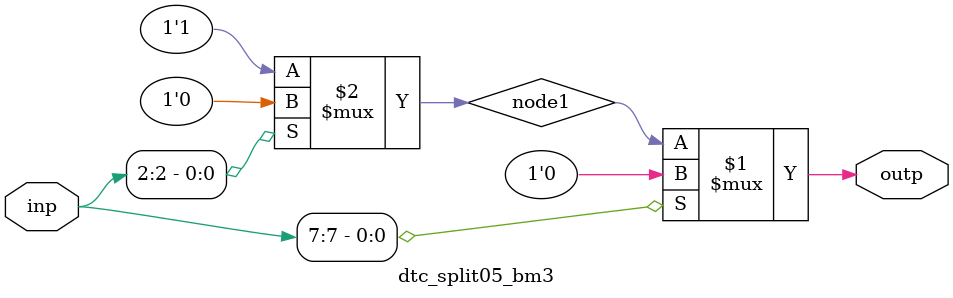
<source format=v>
module dtc_split05_bm3 (
	input  wire [8-1:0] inp,
	output wire [1-1:0] outp
);

	wire [1-1:0] node1;

	assign outp = (inp[7]) ? 1'b0 : node1;
		assign node1 = (inp[2]) ? 1'b0 : 1'b1;

endmodule
</source>
